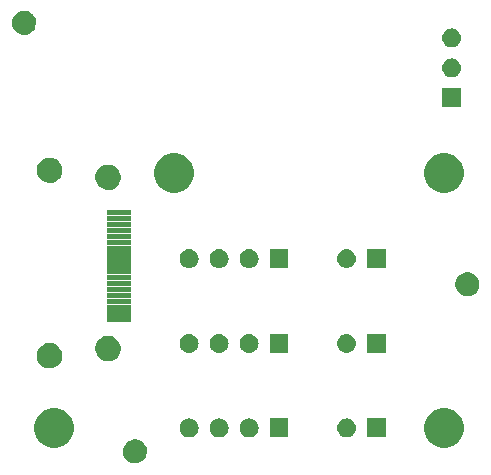
<source format=gbr>
G04 #@! TF.FileFunction,Soldermask,Top*
%FSLAX46Y46*%
G04 Gerber Fmt 4.6, Leading zero omitted, Abs format (unit mm)*
G04 Created by KiCad (PCBNEW 4.0.2-stable) date Monday, September 10, 2018 'AMt' 08:27:29 AM*
%MOMM*%
G01*
G04 APERTURE LIST*
%ADD10C,0.050000*%
G04 APERTURE END LIST*
D10*
G36*
X112374715Y-98755877D02*
X112569893Y-98795941D01*
X112569896Y-98795942D01*
X112569895Y-98795942D01*
X112753572Y-98873153D01*
X112918756Y-98984570D01*
X112989450Y-99055760D01*
X113059153Y-99125951D01*
X113169415Y-99291909D01*
X113245343Y-99476123D01*
X113284044Y-99671576D01*
X113280866Y-99899155D01*
X113236723Y-100093451D01*
X113186790Y-100205600D01*
X113155682Y-100275472D01*
X113155681Y-100275473D01*
X113040828Y-100438288D01*
X112896539Y-100575693D01*
X112728308Y-100682455D01*
X112542545Y-100754508D01*
X112542542Y-100754508D01*
X112542541Y-100754509D01*
X112419777Y-100776155D01*
X112346324Y-100789107D01*
X112346323Y-100789107D01*
X112147122Y-100784935D01*
X112073572Y-100768764D01*
X111952520Y-100742149D01*
X111769936Y-100662380D01*
X111606324Y-100548667D01*
X111467915Y-100405340D01*
X111467914Y-100405339D01*
X111359980Y-100237858D01*
X111286632Y-100052602D01*
X111250664Y-99856631D01*
X111250664Y-99856628D01*
X111253446Y-99657400D01*
X111291977Y-99476125D01*
X111294871Y-99462508D01*
X111373364Y-99279370D01*
X111485931Y-99114969D01*
X111628291Y-98975560D01*
X111795014Y-98866461D01*
X111979753Y-98791821D01*
X112175472Y-98754486D01*
X112374715Y-98755877D01*
X112374715Y-98755877D01*
G37*
G36*
X138606057Y-96114916D02*
X138928066Y-96181015D01*
X139231099Y-96308398D01*
X139503619Y-96492216D01*
X139735250Y-96725469D01*
X139917157Y-96999262D01*
X140042424Y-97303183D01*
X140106255Y-97625551D01*
X140106255Y-97625559D01*
X140106271Y-97625640D01*
X140101029Y-98001100D01*
X140101010Y-98001183D01*
X140101010Y-98001191D01*
X140028203Y-98321649D01*
X139894500Y-98621951D01*
X139705013Y-98890566D01*
X139466966Y-99117255D01*
X139189421Y-99293390D01*
X138882941Y-99412266D01*
X138559218Y-99469347D01*
X138230573Y-99462463D01*
X137909518Y-99391874D01*
X137608294Y-99260273D01*
X137338364Y-99072666D01*
X137110016Y-98836206D01*
X136931945Y-98559894D01*
X136810936Y-98254258D01*
X136751596Y-97930942D01*
X136756186Y-97602248D01*
X136824530Y-97280717D01*
X136954026Y-96978577D01*
X137139741Y-96707347D01*
X137374605Y-96477351D01*
X137649665Y-96297358D01*
X137954449Y-96174217D01*
X138277345Y-96112621D01*
X138606057Y-96114916D01*
X138606057Y-96114916D01*
G37*
G36*
X105586057Y-96114916D02*
X105908066Y-96181015D01*
X106211099Y-96308398D01*
X106483619Y-96492216D01*
X106715250Y-96725469D01*
X106897157Y-96999262D01*
X107022424Y-97303183D01*
X107086255Y-97625551D01*
X107086255Y-97625559D01*
X107086271Y-97625640D01*
X107081029Y-98001100D01*
X107081010Y-98001183D01*
X107081010Y-98001191D01*
X107008203Y-98321649D01*
X106874500Y-98621951D01*
X106685013Y-98890566D01*
X106446966Y-99117255D01*
X106169421Y-99293390D01*
X105862941Y-99412266D01*
X105539218Y-99469347D01*
X105210573Y-99462463D01*
X104889518Y-99391874D01*
X104588294Y-99260273D01*
X104318364Y-99072666D01*
X104090016Y-98836206D01*
X103911945Y-98559894D01*
X103790936Y-98254258D01*
X103731596Y-97930942D01*
X103736186Y-97602248D01*
X103804530Y-97280717D01*
X103934026Y-96978577D01*
X104119741Y-96707347D01*
X104354605Y-96477351D01*
X104629665Y-96297358D01*
X104934449Y-96174217D01*
X105257345Y-96112621D01*
X105586057Y-96114916D01*
X105586057Y-96114916D01*
G37*
G36*
X130182184Y-96988823D02*
X130189549Y-96988874D01*
X130189553Y-96988874D01*
X130190063Y-96988878D01*
X130345456Y-97006308D01*
X130494503Y-97053589D01*
X130631529Y-97128919D01*
X130751313Y-97229430D01*
X130849293Y-97351292D01*
X130921737Y-97489865D01*
X130965886Y-97639870D01*
X130980057Y-97795593D01*
X130963713Y-97951104D01*
X130917474Y-98100477D01*
X130843102Y-98238025D01*
X130743430Y-98358508D01*
X130622254Y-98457336D01*
X130484191Y-98530746D01*
X130334498Y-98575941D01*
X130178877Y-98591200D01*
X130171123Y-98591200D01*
X130167816Y-98591177D01*
X130160451Y-98591126D01*
X130160447Y-98591126D01*
X130159937Y-98591122D01*
X130004544Y-98573692D01*
X129855497Y-98526411D01*
X129718471Y-98451081D01*
X129598687Y-98350570D01*
X129500707Y-98228708D01*
X129428263Y-98090135D01*
X129384114Y-97940130D01*
X129383278Y-97930939D01*
X129369943Y-97784404D01*
X129386286Y-97628910D01*
X129386287Y-97628896D01*
X129432526Y-97479523D01*
X129506898Y-97341975D01*
X129606570Y-97221492D01*
X129727746Y-97122664D01*
X129865809Y-97049254D01*
X130015502Y-97004059D01*
X130171123Y-96988800D01*
X130178877Y-96988800D01*
X130182184Y-96988823D01*
X130182184Y-96988823D01*
G37*
G36*
X133516200Y-98591200D02*
X131913800Y-98591200D01*
X131913800Y-96988800D01*
X133516200Y-96988800D01*
X133516200Y-98591200D01*
X133516200Y-98591200D01*
G37*
G36*
X116847184Y-96988823D02*
X116854549Y-96988874D01*
X116854553Y-96988874D01*
X116855063Y-96988878D01*
X117010456Y-97006308D01*
X117159503Y-97053589D01*
X117296529Y-97128919D01*
X117416313Y-97229430D01*
X117514293Y-97351292D01*
X117586737Y-97489865D01*
X117630886Y-97639870D01*
X117645057Y-97795593D01*
X117628713Y-97951104D01*
X117582474Y-98100477D01*
X117508102Y-98238025D01*
X117408430Y-98358508D01*
X117287254Y-98457336D01*
X117149191Y-98530746D01*
X116999498Y-98575941D01*
X116843877Y-98591200D01*
X116836123Y-98591200D01*
X116832816Y-98591177D01*
X116825451Y-98591126D01*
X116825447Y-98591126D01*
X116824937Y-98591122D01*
X116669544Y-98573692D01*
X116520497Y-98526411D01*
X116383471Y-98451081D01*
X116263687Y-98350570D01*
X116165707Y-98228708D01*
X116093263Y-98090135D01*
X116049114Y-97940130D01*
X116048278Y-97930939D01*
X116034943Y-97784404D01*
X116051286Y-97628910D01*
X116051287Y-97628896D01*
X116097526Y-97479523D01*
X116171898Y-97341975D01*
X116271570Y-97221492D01*
X116392746Y-97122664D01*
X116530809Y-97049254D01*
X116680502Y-97004059D01*
X116836123Y-96988800D01*
X116843877Y-96988800D01*
X116847184Y-96988823D01*
X116847184Y-96988823D01*
G37*
G36*
X119387184Y-96988823D02*
X119394549Y-96988874D01*
X119394553Y-96988874D01*
X119395063Y-96988878D01*
X119550456Y-97006308D01*
X119699503Y-97053589D01*
X119836529Y-97128919D01*
X119956313Y-97229430D01*
X120054293Y-97351292D01*
X120126737Y-97489865D01*
X120170886Y-97639870D01*
X120185057Y-97795593D01*
X120168713Y-97951104D01*
X120122474Y-98100477D01*
X120048102Y-98238025D01*
X119948430Y-98358508D01*
X119827254Y-98457336D01*
X119689191Y-98530746D01*
X119539498Y-98575941D01*
X119383877Y-98591200D01*
X119376123Y-98591200D01*
X119372816Y-98591177D01*
X119365451Y-98591126D01*
X119365447Y-98591126D01*
X119364937Y-98591122D01*
X119209544Y-98573692D01*
X119060497Y-98526411D01*
X118923471Y-98451081D01*
X118803687Y-98350570D01*
X118705707Y-98228708D01*
X118633263Y-98090135D01*
X118589114Y-97940130D01*
X118588278Y-97930939D01*
X118574943Y-97784404D01*
X118591286Y-97628910D01*
X118591287Y-97628896D01*
X118637526Y-97479523D01*
X118711898Y-97341975D01*
X118811570Y-97221492D01*
X118932746Y-97122664D01*
X119070809Y-97049254D01*
X119220502Y-97004059D01*
X119376123Y-96988800D01*
X119383877Y-96988800D01*
X119387184Y-96988823D01*
X119387184Y-96988823D01*
G37*
G36*
X121927184Y-96988823D02*
X121934549Y-96988874D01*
X121934553Y-96988874D01*
X121935063Y-96988878D01*
X122090456Y-97006308D01*
X122239503Y-97053589D01*
X122376529Y-97128919D01*
X122496313Y-97229430D01*
X122594293Y-97351292D01*
X122666737Y-97489865D01*
X122710886Y-97639870D01*
X122725057Y-97795593D01*
X122708713Y-97951104D01*
X122662474Y-98100477D01*
X122588102Y-98238025D01*
X122488430Y-98358508D01*
X122367254Y-98457336D01*
X122229191Y-98530746D01*
X122079498Y-98575941D01*
X121923877Y-98591200D01*
X121916123Y-98591200D01*
X121912816Y-98591177D01*
X121905451Y-98591126D01*
X121905447Y-98591126D01*
X121904937Y-98591122D01*
X121749544Y-98573692D01*
X121600497Y-98526411D01*
X121463471Y-98451081D01*
X121343687Y-98350570D01*
X121245707Y-98228708D01*
X121173263Y-98090135D01*
X121129114Y-97940130D01*
X121128278Y-97930939D01*
X121114943Y-97784404D01*
X121131286Y-97628910D01*
X121131287Y-97628896D01*
X121177526Y-97479523D01*
X121251898Y-97341975D01*
X121351570Y-97221492D01*
X121472746Y-97122664D01*
X121610809Y-97049254D01*
X121760502Y-97004059D01*
X121916123Y-96988800D01*
X121923877Y-96988800D01*
X121927184Y-96988823D01*
X121927184Y-96988823D01*
G37*
G36*
X125261200Y-98591200D02*
X123658800Y-98591200D01*
X123658800Y-96988800D01*
X125261200Y-96988800D01*
X125261200Y-98591200D01*
X125261200Y-98591200D01*
G37*
G36*
X105145037Y-90594516D02*
X105351783Y-90636955D01*
X105546343Y-90718741D01*
X105721315Y-90836760D01*
X105870033Y-90986521D01*
X105985617Y-91160490D01*
X105986826Y-91162310D01*
X106004642Y-91205536D01*
X106067253Y-91357441D01*
X106108229Y-91564384D01*
X106108229Y-91564387D01*
X106108246Y-91564473D01*
X106104880Y-91805536D01*
X106104861Y-91805619D01*
X106104861Y-91805627D01*
X106058123Y-92011343D01*
X105972279Y-92204152D01*
X105850619Y-92376617D01*
X105697782Y-92522161D01*
X105519585Y-92635248D01*
X105322809Y-92711573D01*
X105114965Y-92748221D01*
X104903959Y-92743801D01*
X104697825Y-92698480D01*
X104504426Y-92613985D01*
X104331117Y-92493533D01*
X104184507Y-92341714D01*
X104070177Y-92164308D01*
X103992483Y-91968076D01*
X103954384Y-91760493D01*
X103957332Y-91549452D01*
X104001210Y-91343017D01*
X104084354Y-91149028D01*
X104203592Y-90974886D01*
X104354387Y-90827217D01*
X104530988Y-90711653D01*
X104726674Y-90632590D01*
X104933988Y-90593043D01*
X105145037Y-90594516D01*
X105145037Y-90594516D01*
G37*
G36*
X110095037Y-89994516D02*
X110301783Y-90036955D01*
X110496343Y-90118741D01*
X110671315Y-90236760D01*
X110820033Y-90386521D01*
X110936825Y-90562308D01*
X110936826Y-90562310D01*
X110950100Y-90594516D01*
X111017253Y-90757441D01*
X111058229Y-90964384D01*
X111058229Y-90964387D01*
X111058246Y-90964473D01*
X111054880Y-91205536D01*
X111054861Y-91205619D01*
X111054861Y-91205627D01*
X111008123Y-91411343D01*
X110922279Y-91604152D01*
X110800619Y-91776617D01*
X110647782Y-91922161D01*
X110469585Y-92035248D01*
X110272809Y-92111573D01*
X110064965Y-92148221D01*
X109853959Y-92143801D01*
X109647825Y-92098480D01*
X109454426Y-92013985D01*
X109281117Y-91893533D01*
X109134507Y-91741714D01*
X109020177Y-91564308D01*
X108942483Y-91368076D01*
X108904384Y-91160493D01*
X108907332Y-90949452D01*
X108951210Y-90743017D01*
X109034354Y-90549028D01*
X109153592Y-90374886D01*
X109304387Y-90227217D01*
X109480988Y-90111653D01*
X109676674Y-90032590D01*
X109883988Y-89993043D01*
X110095037Y-89994516D01*
X110095037Y-89994516D01*
G37*
G36*
X130182184Y-89826023D02*
X130189549Y-89826074D01*
X130189553Y-89826074D01*
X130190063Y-89826078D01*
X130345456Y-89843508D01*
X130494503Y-89890789D01*
X130631529Y-89966119D01*
X130751313Y-90066630D01*
X130849293Y-90188492D01*
X130921737Y-90327065D01*
X130965886Y-90477070D01*
X130980057Y-90632793D01*
X130963713Y-90788304D01*
X130917474Y-90937677D01*
X130843102Y-91075225D01*
X130743430Y-91195708D01*
X130622254Y-91294536D01*
X130484191Y-91367946D01*
X130334498Y-91413141D01*
X130178877Y-91428400D01*
X130171123Y-91428400D01*
X130167816Y-91428377D01*
X130160451Y-91428326D01*
X130160447Y-91428326D01*
X130159937Y-91428322D01*
X130004544Y-91410892D01*
X129855497Y-91363611D01*
X129718471Y-91288281D01*
X129598687Y-91187770D01*
X129500707Y-91065908D01*
X129428263Y-90927335D01*
X129384114Y-90777330D01*
X129369943Y-90621607D01*
X129386287Y-90466096D01*
X129432526Y-90316723D01*
X129506898Y-90179175D01*
X129606570Y-90058692D01*
X129727746Y-89959864D01*
X129865809Y-89886454D01*
X130015502Y-89841259D01*
X130171123Y-89826000D01*
X130178877Y-89826000D01*
X130182184Y-89826023D01*
X130182184Y-89826023D01*
G37*
G36*
X116847184Y-89826023D02*
X116854549Y-89826074D01*
X116854553Y-89826074D01*
X116855063Y-89826078D01*
X117010456Y-89843508D01*
X117159503Y-89890789D01*
X117296529Y-89966119D01*
X117416313Y-90066630D01*
X117514293Y-90188492D01*
X117586737Y-90327065D01*
X117630886Y-90477070D01*
X117645057Y-90632793D01*
X117628713Y-90788304D01*
X117582474Y-90937677D01*
X117508102Y-91075225D01*
X117408430Y-91195708D01*
X117287254Y-91294536D01*
X117149191Y-91367946D01*
X116999498Y-91413141D01*
X116843877Y-91428400D01*
X116836123Y-91428400D01*
X116832816Y-91428377D01*
X116825451Y-91428326D01*
X116825447Y-91428326D01*
X116824937Y-91428322D01*
X116669544Y-91410892D01*
X116520497Y-91363611D01*
X116383471Y-91288281D01*
X116263687Y-91187770D01*
X116165707Y-91065908D01*
X116093263Y-90927335D01*
X116049114Y-90777330D01*
X116034943Y-90621607D01*
X116051287Y-90466096D01*
X116097526Y-90316723D01*
X116171898Y-90179175D01*
X116271570Y-90058692D01*
X116392746Y-89959864D01*
X116530809Y-89886454D01*
X116680502Y-89841259D01*
X116836123Y-89826000D01*
X116843877Y-89826000D01*
X116847184Y-89826023D01*
X116847184Y-89826023D01*
G37*
G36*
X119387184Y-89826023D02*
X119394549Y-89826074D01*
X119394553Y-89826074D01*
X119395063Y-89826078D01*
X119550456Y-89843508D01*
X119699503Y-89890789D01*
X119836529Y-89966119D01*
X119956313Y-90066630D01*
X120054293Y-90188492D01*
X120126737Y-90327065D01*
X120170886Y-90477070D01*
X120185057Y-90632793D01*
X120168713Y-90788304D01*
X120122474Y-90937677D01*
X120048102Y-91075225D01*
X119948430Y-91195708D01*
X119827254Y-91294536D01*
X119689191Y-91367946D01*
X119539498Y-91413141D01*
X119383877Y-91428400D01*
X119376123Y-91428400D01*
X119372816Y-91428377D01*
X119365451Y-91428326D01*
X119365447Y-91428326D01*
X119364937Y-91428322D01*
X119209544Y-91410892D01*
X119060497Y-91363611D01*
X118923471Y-91288281D01*
X118803687Y-91187770D01*
X118705707Y-91065908D01*
X118633263Y-90927335D01*
X118589114Y-90777330D01*
X118574943Y-90621607D01*
X118591287Y-90466096D01*
X118637526Y-90316723D01*
X118711898Y-90179175D01*
X118811570Y-90058692D01*
X118932746Y-89959864D01*
X119070809Y-89886454D01*
X119220502Y-89841259D01*
X119376123Y-89826000D01*
X119383877Y-89826000D01*
X119387184Y-89826023D01*
X119387184Y-89826023D01*
G37*
G36*
X121927184Y-89826023D02*
X121934549Y-89826074D01*
X121934553Y-89826074D01*
X121935063Y-89826078D01*
X122090456Y-89843508D01*
X122239503Y-89890789D01*
X122376529Y-89966119D01*
X122496313Y-90066630D01*
X122594293Y-90188492D01*
X122666737Y-90327065D01*
X122710886Y-90477070D01*
X122725057Y-90632793D01*
X122708713Y-90788304D01*
X122662474Y-90937677D01*
X122588102Y-91075225D01*
X122488430Y-91195708D01*
X122367254Y-91294536D01*
X122229191Y-91367946D01*
X122079498Y-91413141D01*
X121923877Y-91428400D01*
X121916123Y-91428400D01*
X121912816Y-91428377D01*
X121905451Y-91428326D01*
X121905447Y-91428326D01*
X121904937Y-91428322D01*
X121749544Y-91410892D01*
X121600497Y-91363611D01*
X121463471Y-91288281D01*
X121343687Y-91187770D01*
X121245707Y-91065908D01*
X121173263Y-90927335D01*
X121129114Y-90777330D01*
X121114943Y-90621607D01*
X121131287Y-90466096D01*
X121177526Y-90316723D01*
X121251898Y-90179175D01*
X121351570Y-90058692D01*
X121472746Y-89959864D01*
X121610809Y-89886454D01*
X121760502Y-89841259D01*
X121916123Y-89826000D01*
X121923877Y-89826000D01*
X121927184Y-89826023D01*
X121927184Y-89826023D01*
G37*
G36*
X125261200Y-91428400D02*
X123658800Y-91428400D01*
X123658800Y-89826000D01*
X125261200Y-89826000D01*
X125261200Y-91428400D01*
X125261200Y-91428400D01*
G37*
G36*
X133516200Y-91428400D02*
X131913800Y-91428400D01*
X131913800Y-89826000D01*
X133516200Y-89826000D01*
X133516200Y-91428400D01*
X133516200Y-91428400D01*
G37*
G36*
X111908200Y-88796200D02*
X109855800Y-88796200D01*
X109855800Y-88343800D01*
X111908200Y-88343800D01*
X111908200Y-88796200D01*
X111908200Y-88796200D01*
G37*
G36*
X111908200Y-88296200D02*
X109855800Y-88296200D01*
X109855800Y-87843800D01*
X111908200Y-87843800D01*
X111908200Y-88296200D01*
X111908200Y-88296200D01*
G37*
G36*
X111908200Y-87796200D02*
X109855800Y-87796200D01*
X109855800Y-87343800D01*
X111908200Y-87343800D01*
X111908200Y-87796200D01*
X111908200Y-87796200D01*
G37*
G36*
X111908200Y-87296200D02*
X109855800Y-87296200D01*
X109855800Y-86843800D01*
X111908200Y-86843800D01*
X111908200Y-87296200D01*
X111908200Y-87296200D01*
G37*
G36*
X111908200Y-86796200D02*
X109855800Y-86796200D01*
X109855800Y-86343800D01*
X111908200Y-86343800D01*
X111908200Y-86796200D01*
X111908200Y-86796200D01*
G37*
G36*
X140517915Y-84608077D02*
X140713093Y-84648141D01*
X140713096Y-84648142D01*
X140713095Y-84648142D01*
X140896772Y-84725353D01*
X141061956Y-84836770D01*
X141132650Y-84907960D01*
X141202353Y-84978151D01*
X141312615Y-85144109D01*
X141388543Y-85328323D01*
X141427244Y-85523776D01*
X141424066Y-85751355D01*
X141424046Y-85751443D01*
X141424046Y-85751445D01*
X141403063Y-85843800D01*
X141379923Y-85945651D01*
X141329990Y-86057800D01*
X141298882Y-86127672D01*
X141298881Y-86127673D01*
X141184028Y-86290488D01*
X141039739Y-86427893D01*
X140871508Y-86534655D01*
X140685745Y-86606708D01*
X140685742Y-86606708D01*
X140685741Y-86606709D01*
X140562977Y-86628355D01*
X140489524Y-86641307D01*
X140489523Y-86641307D01*
X140290322Y-86637135D01*
X140216772Y-86620964D01*
X140095720Y-86594349D01*
X139913136Y-86514580D01*
X139749524Y-86400867D01*
X139611115Y-86257540D01*
X139611114Y-86257539D01*
X139503180Y-86090058D01*
X139429832Y-85904802D01*
X139393864Y-85708831D01*
X139393864Y-85708828D01*
X139396646Y-85509600D01*
X139396647Y-85509595D01*
X139438071Y-85314708D01*
X139516564Y-85131570D01*
X139629131Y-84967169D01*
X139771491Y-84827760D01*
X139938214Y-84718661D01*
X140122953Y-84644021D01*
X140318672Y-84606686D01*
X140517915Y-84608077D01*
X140517915Y-84608077D01*
G37*
G36*
X111908200Y-86296200D02*
X109855800Y-86296200D01*
X109855800Y-85843800D01*
X111908200Y-85843800D01*
X111908200Y-86296200D01*
X111908200Y-86296200D01*
G37*
G36*
X111908200Y-85796200D02*
X109855800Y-85796200D01*
X109855800Y-85343800D01*
X111908200Y-85343800D01*
X111908200Y-85796200D01*
X111908200Y-85796200D01*
G37*
G36*
X111908200Y-85296200D02*
X109855800Y-85296200D01*
X109855800Y-84843800D01*
X111908200Y-84843800D01*
X111908200Y-85296200D01*
X111908200Y-85296200D01*
G37*
G36*
X111908200Y-84796200D02*
X109855800Y-84796200D01*
X109855800Y-84343800D01*
X111908200Y-84343800D01*
X111908200Y-84796200D01*
X111908200Y-84796200D01*
G37*
G36*
X111908200Y-84296200D02*
X109855800Y-84296200D01*
X109855800Y-83843800D01*
X111908200Y-83843800D01*
X111908200Y-84296200D01*
X111908200Y-84296200D01*
G37*
G36*
X125261200Y-84265600D02*
X123658800Y-84265600D01*
X123658800Y-82663200D01*
X125261200Y-82663200D01*
X125261200Y-84265600D01*
X125261200Y-84265600D01*
G37*
G36*
X121927184Y-82663223D02*
X121934549Y-82663274D01*
X121934553Y-82663274D01*
X121935063Y-82663278D01*
X122090456Y-82680708D01*
X122239503Y-82727989D01*
X122376529Y-82803319D01*
X122496313Y-82903830D01*
X122594293Y-83025692D01*
X122666737Y-83164265D01*
X122710886Y-83314270D01*
X122725057Y-83469993D01*
X122708713Y-83625504D01*
X122662474Y-83774877D01*
X122588102Y-83912425D01*
X122488430Y-84032908D01*
X122367254Y-84131736D01*
X122229191Y-84205146D01*
X122079498Y-84250341D01*
X121923877Y-84265600D01*
X121916123Y-84265600D01*
X121912816Y-84265577D01*
X121905451Y-84265526D01*
X121905447Y-84265526D01*
X121904937Y-84265522D01*
X121749544Y-84248092D01*
X121600497Y-84200811D01*
X121463471Y-84125481D01*
X121343687Y-84024970D01*
X121245707Y-83903108D01*
X121173263Y-83764535D01*
X121129114Y-83614530D01*
X121114943Y-83458807D01*
X121131287Y-83303296D01*
X121177526Y-83153923D01*
X121251898Y-83016375D01*
X121351570Y-82895892D01*
X121472746Y-82797064D01*
X121610809Y-82723654D01*
X121760502Y-82678459D01*
X121916123Y-82663200D01*
X121923877Y-82663200D01*
X121927184Y-82663223D01*
X121927184Y-82663223D01*
G37*
G36*
X119387184Y-82663223D02*
X119394549Y-82663274D01*
X119394553Y-82663274D01*
X119395063Y-82663278D01*
X119550456Y-82680708D01*
X119699503Y-82727989D01*
X119836529Y-82803319D01*
X119956313Y-82903830D01*
X120054293Y-83025692D01*
X120126737Y-83164265D01*
X120170886Y-83314270D01*
X120185057Y-83469993D01*
X120168713Y-83625504D01*
X120122474Y-83774877D01*
X120048102Y-83912425D01*
X119948430Y-84032908D01*
X119827254Y-84131736D01*
X119689191Y-84205146D01*
X119539498Y-84250341D01*
X119383877Y-84265600D01*
X119376123Y-84265600D01*
X119372816Y-84265577D01*
X119365451Y-84265526D01*
X119365447Y-84265526D01*
X119364937Y-84265522D01*
X119209544Y-84248092D01*
X119060497Y-84200811D01*
X118923471Y-84125481D01*
X118803687Y-84024970D01*
X118705707Y-83903108D01*
X118633263Y-83764535D01*
X118589114Y-83614530D01*
X118574943Y-83458807D01*
X118591287Y-83303296D01*
X118637526Y-83153923D01*
X118711898Y-83016375D01*
X118811570Y-82895892D01*
X118932746Y-82797064D01*
X119070809Y-82723654D01*
X119220502Y-82678459D01*
X119376123Y-82663200D01*
X119383877Y-82663200D01*
X119387184Y-82663223D01*
X119387184Y-82663223D01*
G37*
G36*
X116847184Y-82663223D02*
X116854549Y-82663274D01*
X116854553Y-82663274D01*
X116855063Y-82663278D01*
X117010456Y-82680708D01*
X117159503Y-82727989D01*
X117296529Y-82803319D01*
X117416313Y-82903830D01*
X117514293Y-83025692D01*
X117586737Y-83164265D01*
X117630886Y-83314270D01*
X117645057Y-83469993D01*
X117628713Y-83625504D01*
X117582474Y-83774877D01*
X117508102Y-83912425D01*
X117408430Y-84032908D01*
X117287254Y-84131736D01*
X117149191Y-84205146D01*
X116999498Y-84250341D01*
X116843877Y-84265600D01*
X116836123Y-84265600D01*
X116832816Y-84265577D01*
X116825451Y-84265526D01*
X116825447Y-84265526D01*
X116824937Y-84265522D01*
X116669544Y-84248092D01*
X116520497Y-84200811D01*
X116383471Y-84125481D01*
X116263687Y-84024970D01*
X116165707Y-83903108D01*
X116093263Y-83764535D01*
X116049114Y-83614530D01*
X116034943Y-83458807D01*
X116051287Y-83303296D01*
X116097526Y-83153923D01*
X116171898Y-83016375D01*
X116271570Y-82895892D01*
X116392746Y-82797064D01*
X116530809Y-82723654D01*
X116680502Y-82678459D01*
X116836123Y-82663200D01*
X116843877Y-82663200D01*
X116847184Y-82663223D01*
X116847184Y-82663223D01*
G37*
G36*
X130182184Y-82663223D02*
X130189549Y-82663274D01*
X130189553Y-82663274D01*
X130190063Y-82663278D01*
X130345456Y-82680708D01*
X130494503Y-82727989D01*
X130631529Y-82803319D01*
X130751313Y-82903830D01*
X130849293Y-83025692D01*
X130921737Y-83164265D01*
X130965886Y-83314270D01*
X130980057Y-83469993D01*
X130963713Y-83625504D01*
X130917474Y-83774877D01*
X130843102Y-83912425D01*
X130743430Y-84032908D01*
X130622254Y-84131736D01*
X130484191Y-84205146D01*
X130334498Y-84250341D01*
X130178877Y-84265600D01*
X130171123Y-84265600D01*
X130167816Y-84265577D01*
X130160451Y-84265526D01*
X130160447Y-84265526D01*
X130159937Y-84265522D01*
X130004544Y-84248092D01*
X129855497Y-84200811D01*
X129718471Y-84125481D01*
X129598687Y-84024970D01*
X129500707Y-83903108D01*
X129428263Y-83764535D01*
X129384114Y-83614530D01*
X129369943Y-83458807D01*
X129386287Y-83303296D01*
X129432526Y-83153923D01*
X129506898Y-83016375D01*
X129606570Y-82895892D01*
X129727746Y-82797064D01*
X129865809Y-82723654D01*
X130015502Y-82678459D01*
X130171123Y-82663200D01*
X130178877Y-82663200D01*
X130182184Y-82663223D01*
X130182184Y-82663223D01*
G37*
G36*
X133516200Y-84265600D02*
X131913800Y-84265600D01*
X131913800Y-82663200D01*
X133516200Y-82663200D01*
X133516200Y-84265600D01*
X133516200Y-84265600D01*
G37*
G36*
X111908200Y-83796200D02*
X109855800Y-83796200D01*
X109855800Y-83343800D01*
X111908200Y-83343800D01*
X111908200Y-83796200D01*
X111908200Y-83796200D01*
G37*
G36*
X111908200Y-83296200D02*
X109855800Y-83296200D01*
X109855800Y-82843800D01*
X111908200Y-82843800D01*
X111908200Y-83296200D01*
X111908200Y-83296200D01*
G37*
G36*
X111908200Y-82796200D02*
X109855800Y-82796200D01*
X109855800Y-82343800D01*
X111908200Y-82343800D01*
X111908200Y-82796200D01*
X111908200Y-82796200D01*
G37*
G36*
X111908200Y-82296200D02*
X109855800Y-82296200D01*
X109855800Y-81843800D01*
X111908200Y-81843800D01*
X111908200Y-82296200D01*
X111908200Y-82296200D01*
G37*
G36*
X111908200Y-81796200D02*
X109855800Y-81796200D01*
X109855800Y-81343800D01*
X111908200Y-81343800D01*
X111908200Y-81796200D01*
X111908200Y-81796200D01*
G37*
G36*
X111908200Y-81296200D02*
X109855800Y-81296200D01*
X109855800Y-80843800D01*
X111908200Y-80843800D01*
X111908200Y-81296200D01*
X111908200Y-81296200D01*
G37*
G36*
X111908200Y-80796200D02*
X109855800Y-80796200D01*
X109855800Y-80343800D01*
X111908200Y-80343800D01*
X111908200Y-80796200D01*
X111908200Y-80796200D01*
G37*
G36*
X111908200Y-80296200D02*
X109855800Y-80296200D01*
X109855800Y-79843800D01*
X111908200Y-79843800D01*
X111908200Y-80296200D01*
X111908200Y-80296200D01*
G37*
G36*
X111908200Y-79796200D02*
X109855800Y-79796200D01*
X109855800Y-79343800D01*
X111908200Y-79343800D01*
X111908200Y-79796200D01*
X111908200Y-79796200D01*
G37*
G36*
X115746057Y-74524916D02*
X116068066Y-74591015D01*
X116371099Y-74718398D01*
X116643619Y-74902216D01*
X116875250Y-75135469D01*
X117057157Y-75409262D01*
X117182424Y-75713183D01*
X117246255Y-76035551D01*
X117246255Y-76035559D01*
X117246271Y-76035640D01*
X117241029Y-76411100D01*
X117241010Y-76411183D01*
X117241010Y-76411191D01*
X117168203Y-76731649D01*
X117034500Y-77031951D01*
X116845013Y-77300566D01*
X116606966Y-77527255D01*
X116329421Y-77703390D01*
X116022941Y-77822266D01*
X115699218Y-77879347D01*
X115370573Y-77872463D01*
X115049518Y-77801874D01*
X114748294Y-77670273D01*
X114523426Y-77513985D01*
X114478365Y-77482667D01*
X114419934Y-77422160D01*
X114250016Y-77246206D01*
X114071945Y-76969894D01*
X113950936Y-76664258D01*
X113891596Y-76340942D01*
X113896186Y-76012248D01*
X113964530Y-75690717D01*
X114094026Y-75388577D01*
X114279741Y-75117347D01*
X114514605Y-74887351D01*
X114789665Y-74707358D01*
X115094449Y-74584217D01*
X115417345Y-74522621D01*
X115746057Y-74524916D01*
X115746057Y-74524916D01*
G37*
G36*
X138606057Y-74524916D02*
X138928066Y-74591015D01*
X139231099Y-74718398D01*
X139503619Y-74902216D01*
X139735250Y-75135469D01*
X139917157Y-75409262D01*
X140042424Y-75713183D01*
X140106255Y-76035551D01*
X140106255Y-76035559D01*
X140106271Y-76035640D01*
X140101029Y-76411100D01*
X140101010Y-76411183D01*
X140101010Y-76411191D01*
X140028203Y-76731649D01*
X139894500Y-77031951D01*
X139705013Y-77300566D01*
X139466966Y-77527255D01*
X139189421Y-77703390D01*
X138882941Y-77822266D01*
X138559218Y-77879347D01*
X138230573Y-77872463D01*
X137909518Y-77801874D01*
X137608294Y-77670273D01*
X137383426Y-77513985D01*
X137338365Y-77482667D01*
X137279934Y-77422160D01*
X137110016Y-77246206D01*
X136931945Y-76969894D01*
X136810936Y-76664258D01*
X136751596Y-76340942D01*
X136756186Y-76012248D01*
X136824530Y-75690717D01*
X136954026Y-75388577D01*
X137139741Y-75117347D01*
X137374605Y-74887351D01*
X137649665Y-74707358D01*
X137954449Y-74584217D01*
X138277345Y-74522621D01*
X138606057Y-74524916D01*
X138606057Y-74524916D01*
G37*
G36*
X110095037Y-75494516D02*
X110301783Y-75536955D01*
X110496343Y-75618741D01*
X110671315Y-75736760D01*
X110820033Y-75886521D01*
X110936825Y-76062308D01*
X111017253Y-76257441D01*
X111058229Y-76464384D01*
X111058229Y-76464387D01*
X111058246Y-76464473D01*
X111054880Y-76705536D01*
X111054861Y-76705619D01*
X111054861Y-76705627D01*
X111008123Y-76911343D01*
X110922279Y-77104152D01*
X110800619Y-77276617D01*
X110647782Y-77422161D01*
X110469585Y-77535248D01*
X110272809Y-77611573D01*
X110064965Y-77648221D01*
X109853959Y-77643801D01*
X109647825Y-77598480D01*
X109454426Y-77513985D01*
X109281117Y-77393533D01*
X109134507Y-77241714D01*
X109020177Y-77064308D01*
X108942483Y-76868076D01*
X108904384Y-76660493D01*
X108907332Y-76449452D01*
X108951210Y-76243017D01*
X109034354Y-76049028D01*
X109153592Y-75874886D01*
X109304387Y-75727217D01*
X109480988Y-75611653D01*
X109676674Y-75532590D01*
X109883988Y-75493043D01*
X110095037Y-75494516D01*
X110095037Y-75494516D01*
G37*
G36*
X105145037Y-74894516D02*
X105351783Y-74936955D01*
X105546343Y-75018741D01*
X105721315Y-75136760D01*
X105870033Y-75286521D01*
X105986825Y-75462308D01*
X105986826Y-75462310D01*
X106000100Y-75494516D01*
X106067253Y-75657441D01*
X106108229Y-75864384D01*
X106108229Y-75864387D01*
X106108246Y-75864473D01*
X106104880Y-76105536D01*
X106104861Y-76105619D01*
X106104861Y-76105627D01*
X106058123Y-76311343D01*
X105972279Y-76504152D01*
X105850619Y-76676617D01*
X105697782Y-76822161D01*
X105519585Y-76935248D01*
X105322809Y-77011573D01*
X105114965Y-77048221D01*
X104903959Y-77043801D01*
X104697825Y-76998480D01*
X104504426Y-76913985D01*
X104331117Y-76793533D01*
X104184507Y-76641714D01*
X104070177Y-76464308D01*
X103992483Y-76268076D01*
X103954384Y-76060493D01*
X103957332Y-75849452D01*
X104001210Y-75643017D01*
X104084354Y-75449028D01*
X104203592Y-75274886D01*
X104354387Y-75127217D01*
X104530988Y-75011653D01*
X104726674Y-74932590D01*
X104933988Y-74893043D01*
X105145037Y-74894516D01*
X105145037Y-74894516D01*
G37*
G36*
X139866200Y-70651200D02*
X138263800Y-70651200D01*
X138263800Y-69048800D01*
X139866200Y-69048800D01*
X139866200Y-70651200D01*
X139866200Y-70651200D01*
G37*
G36*
X139072184Y-66508823D02*
X139079549Y-66508874D01*
X139079553Y-66508874D01*
X139080063Y-66508878D01*
X139235456Y-66526308D01*
X139384503Y-66573589D01*
X139521529Y-66648919D01*
X139641313Y-66749430D01*
X139739293Y-66871292D01*
X139811737Y-67009865D01*
X139855886Y-67159870D01*
X139870057Y-67315593D01*
X139853713Y-67471104D01*
X139807474Y-67620477D01*
X139733102Y-67758025D01*
X139633430Y-67878508D01*
X139512254Y-67977336D01*
X139374191Y-68050746D01*
X139224498Y-68095941D01*
X139068877Y-68111200D01*
X139061123Y-68111200D01*
X139057816Y-68111177D01*
X139050451Y-68111126D01*
X139050447Y-68111126D01*
X139049937Y-68111122D01*
X138894544Y-68093692D01*
X138745497Y-68046411D01*
X138608471Y-67971081D01*
X138488687Y-67870570D01*
X138390707Y-67748708D01*
X138318263Y-67610135D01*
X138274114Y-67460130D01*
X138259943Y-67304407D01*
X138276287Y-67148896D01*
X138322526Y-66999523D01*
X138396898Y-66861975D01*
X138496570Y-66741492D01*
X138617746Y-66642664D01*
X138755809Y-66569254D01*
X138905502Y-66524059D01*
X139061123Y-66508800D01*
X139068877Y-66508800D01*
X139072184Y-66508823D01*
X139072184Y-66508823D01*
G37*
G36*
X139072184Y-63968823D02*
X139079549Y-63968874D01*
X139079553Y-63968874D01*
X139080063Y-63968878D01*
X139235456Y-63986308D01*
X139384503Y-64033589D01*
X139521529Y-64108919D01*
X139641313Y-64209430D01*
X139739293Y-64331292D01*
X139811737Y-64469865D01*
X139855886Y-64619870D01*
X139870057Y-64775593D01*
X139853713Y-64931104D01*
X139807474Y-65080477D01*
X139733102Y-65218025D01*
X139633430Y-65338508D01*
X139512254Y-65437336D01*
X139374191Y-65510746D01*
X139224498Y-65555941D01*
X139068877Y-65571200D01*
X139061123Y-65571200D01*
X139057816Y-65571177D01*
X139050451Y-65571126D01*
X139050447Y-65571126D01*
X139049937Y-65571122D01*
X138894544Y-65553692D01*
X138745497Y-65506411D01*
X138608471Y-65431081D01*
X138488687Y-65330570D01*
X138390707Y-65208708D01*
X138318263Y-65070135D01*
X138274114Y-64920130D01*
X138259943Y-64764407D01*
X138276287Y-64608896D01*
X138322526Y-64459523D01*
X138396898Y-64321975D01*
X138496570Y-64201492D01*
X138617746Y-64102664D01*
X138755809Y-64029254D01*
X138905502Y-63984059D01*
X139061123Y-63968800D01*
X139068877Y-63968800D01*
X139072184Y-63968823D01*
X139072184Y-63968823D01*
G37*
G36*
X102976715Y-62484677D02*
X103171893Y-62524741D01*
X103171896Y-62524742D01*
X103171895Y-62524742D01*
X103355572Y-62601953D01*
X103520756Y-62713370D01*
X103591450Y-62784560D01*
X103661153Y-62854751D01*
X103771415Y-63020709D01*
X103847343Y-63204923D01*
X103886044Y-63400376D01*
X103882866Y-63627955D01*
X103838723Y-63822251D01*
X103788790Y-63934400D01*
X103757682Y-64004272D01*
X103757681Y-64004273D01*
X103642828Y-64167088D01*
X103498539Y-64304493D01*
X103330308Y-64411255D01*
X103144545Y-64483308D01*
X103144542Y-64483308D01*
X103144541Y-64483309D01*
X103021777Y-64504955D01*
X102948324Y-64517907D01*
X102948323Y-64517907D01*
X102749122Y-64513735D01*
X102675572Y-64497564D01*
X102554520Y-64470949D01*
X102371936Y-64391180D01*
X102208324Y-64277467D01*
X102069915Y-64134140D01*
X102002357Y-64029311D01*
X101961980Y-63966658D01*
X101888632Y-63781402D01*
X101852664Y-63585431D01*
X101852664Y-63585428D01*
X101855446Y-63386200D01*
X101893977Y-63204925D01*
X101896871Y-63191308D01*
X101975364Y-63008170D01*
X102087931Y-62843769D01*
X102230291Y-62704360D01*
X102397014Y-62595261D01*
X102581753Y-62520621D01*
X102777472Y-62483286D01*
X102976715Y-62484677D01*
X102976715Y-62484677D01*
G37*
M02*

</source>
